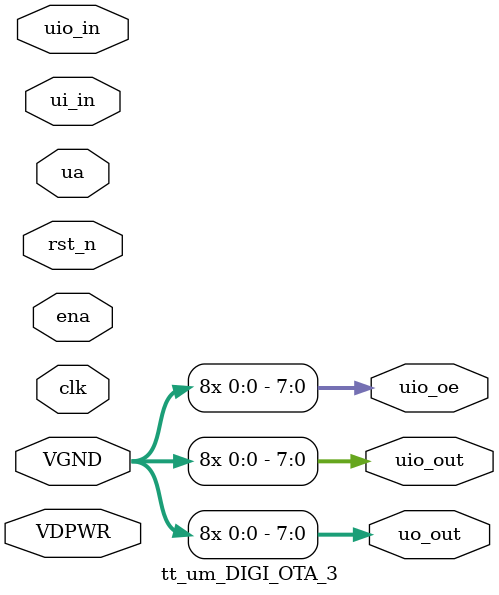
<source format=v>
/*
 * Copyright (c) 2024 Your Name
 * SPDX-License-Identifier: Apache-2.0
 */

`default_nettype none

module tt_um_DIGI_OTA_3 (
    input  wire       VGND,
    input  wire       VDPWR,    // 1.8v power supply
//    input  wire       VAPWR,    // 3.3v power supply
    input  wire [7:0] ui_in,    // Dedicated inputs
    output wire [7:0] uo_out,   // Dedicated outputs
    input  wire [7:0] uio_in,   // IOs: Input path
    output wire [7:0] uio_out,  // IOs: Output path
    output wire [7:0] uio_oe,   // IOs: Enable path (active high: 0=input, 1=output)
    inout  wire [7:0] ua,       // Analog pins, only ua[5:0] can be used
    input  wire       ena,      // always 1 when the design is powered, so you can ignore it
    input  wire       clk,      // clock
    input  wire       rst_n     // reset_n - low to reset
);
    
        assign uo_out[0] = VGND;
  assign uo_out[1] = VGND;
  assign uo_out[2] = VGND;
  assign uo_out[3] = VGND;
  assign uo_out[4] = VGND;
  assign uo_out[5] = VGND;
  assign uo_out[6] = VGND;
  assign uo_out[7] = VGND;

  assign uio_out[0] = VGND;
  assign uio_out[1] = VGND;
  assign uio_out[2] = VGND;
  assign uio_out[3] = VGND;
  assign uio_out[4] = VGND;
  assign uio_out[5] = VGND;
  assign uio_out[6] = VGND;
  assign uio_out[7] = VGND;

  assign uio_oe[0] = VGND;
  assign uio_oe[1] = VGND;
  assign uio_oe[2] = VGND;
  assign uio_oe[3] = VGND;
  assign uio_oe[4] = VGND;
  assign uio_oe[5] = VGND;
  assign uio_oe[6] = VGND;
  assign uio_oe[7] = VGND;
    
endmodule

</source>
